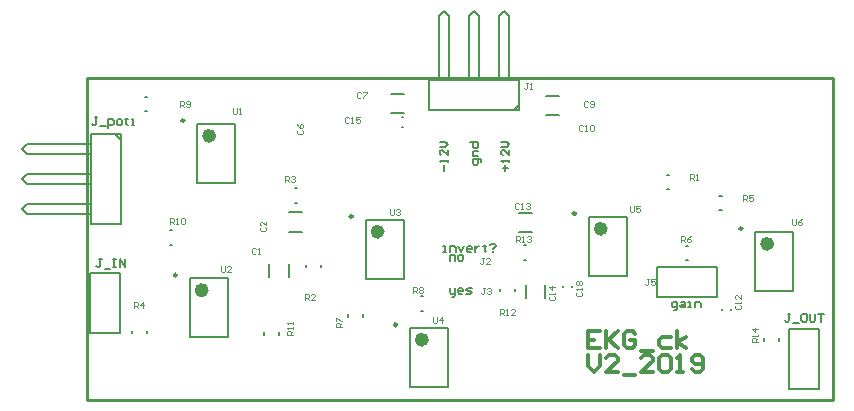
<source format=gto>
G04*
G04 #@! TF.GenerationSoftware,Altium Limited,Altium Designer,21.5.1 (32)*
G04*
G04 Layer_Color=65535*
%FSLAX25Y25*%
%MOIN*%
G70*
G04*
G04 #@! TF.SameCoordinates,8A425D5F-BF34-4987-8E10-FF1777C96443*
G04*
G04*
G04 #@! TF.FilePolarity,Positive*
G04*
G01*
G75*
%ADD10C,0.00984*%
%ADD11C,0.02362*%
%ADD12C,0.00787*%
%ADD13C,0.00394*%
%ADD14C,0.00669*%
%ADD15C,0.01181*%
%ADD16C,0.01000*%
D10*
X29870Y-65555D02*
G03*
X29870Y-65555I-492J0D01*
G01*
X218370Y-50055D02*
G03*
X218370Y-50055I-492J0D01*
G01*
X162870Y-45055D02*
G03*
X162870Y-45055I-492J0D01*
G01*
X88492Y-46055D02*
G03*
X88492Y-46055I-492J0D01*
G01*
X103248Y-82055D02*
G03*
X103248Y-82055I-492J0D01*
G01*
X32370Y-14055D02*
G03*
X32370Y-14055I-492J0D01*
G01*
D11*
X39319Y-70595D02*
G03*
X39319Y-70595I-1181J0D01*
G01*
X227819Y-55094D02*
G03*
X227819Y-55094I-1181J0D01*
G01*
X172319Y-50094D02*
G03*
X172319Y-50094I-1181J0D01*
G01*
X97941Y-51095D02*
G03*
X97941Y-51095I-1181J0D01*
G01*
X112697Y-87094D02*
G03*
X112697Y-87094I-1181J0D01*
G01*
X41819Y-19094D02*
G03*
X41819Y-19094I-1181J0D01*
G01*
D12*
X34201Y-86343D02*
Y-66658D01*
X46799Y-86343D02*
Y-66658D01*
X34201D02*
X46799D01*
X34201Y-86343D02*
X46799D01*
X234000Y-83500D02*
X244000D01*
X234000Y-103500D02*
Y-83500D01*
Y-103500D02*
X244000D01*
Y-83500D01*
X210000Y-73000D02*
Y-63000D01*
X190000D02*
X210000D01*
X190000Y-73000D02*
Y-63000D01*
Y-73000D02*
X210000D01*
X230461Y-87394D02*
Y-86606D01*
X225539Y-87394D02*
Y-86606D01*
X214575Y-77102D02*
Y-76709D01*
X211425Y-77102D02*
Y-76709D01*
X199606Y-55740D02*
X200394D01*
X199606Y-60661D02*
X200394D01*
X193106Y-32039D02*
X193894D01*
X193106Y-36961D02*
X193894D01*
X210669Y-39039D02*
X211457D01*
X210669Y-43961D02*
X211457D01*
X222701Y-70842D02*
Y-51157D01*
X235299Y-70842D02*
Y-51157D01*
X222701D02*
X235299D01*
X222701Y-70842D02*
X235299D01*
X161575Y-69547D02*
Y-69153D01*
X158425Y-69547D02*
Y-69153D01*
X167201Y-65842D02*
Y-46158D01*
X179799Y-65842D02*
Y-46158D01*
X167201D02*
X179799D01*
X167201Y-65842D02*
X179799D01*
X142461Y-70894D02*
Y-70106D01*
X137539Y-70894D02*
Y-70106D01*
X152650Y-73165D02*
Y-68835D01*
X146350Y-73165D02*
Y-68835D01*
X145543Y-60461D02*
X146331D01*
X145543Y-55539D02*
X146331D01*
X143835Y-51150D02*
X148165D01*
X143835Y-44850D02*
X148165D01*
X15039Y-84894D02*
Y-84106D01*
X19961Y-84894D02*
Y-84106D01*
X92823Y-66843D02*
X105421D01*
X92823Y-47157D02*
X105421D01*
Y-66843D02*
Y-47157D01*
X92823Y-66843D02*
Y-47157D01*
X27606Y-50539D02*
X28394D01*
X27606Y-55461D02*
X28394D01*
X19106Y-10961D02*
X19894D01*
X19106Y-6039D02*
X19894D01*
X111106Y-77587D02*
X111894D01*
X111106Y-72665D02*
X111894D01*
X87039Y-79457D02*
Y-78669D01*
X91961Y-79457D02*
Y-78669D01*
X69106Y-41461D02*
X69894D01*
X69106Y-36539D02*
X69894D01*
X77961Y-62957D02*
Y-62169D01*
X73039Y-62957D02*
Y-62169D01*
X1000Y-85000D02*
Y-65000D01*
X11000D01*
Y-85000D02*
Y-65000D01*
X1000Y-85000D02*
X11000D01*
X-20239Y-45167D02*
X1094D01*
X-20239Y-41833D02*
X994D01*
X-21905Y-43500D02*
X-20239Y-41833D01*
X-21905Y-43500D02*
X-20239Y-45167D01*
X-20239Y-35167D02*
X994D01*
X-20239Y-31833D02*
X994D01*
X-20239Y-25167D02*
X1094D01*
X-20239Y-21833D02*
X994D01*
X1094Y-48500D02*
Y-18500D01*
Y-48500D02*
X11095D01*
X1094Y-18500D02*
X11095D01*
Y-48500D02*
Y-18500D01*
X9261Y-18667D02*
X10928Y-20333D01*
X-21905Y-23500D02*
X-20239Y-21833D01*
X-21905Y-33500D02*
X-20239Y-35167D01*
X-21905Y-33500D02*
X-20239Y-31833D01*
X-21905Y-23500D02*
X-20239Y-25167D01*
X117333Y-594D02*
Y20739D01*
X120667Y-495D02*
Y20739D01*
X119000Y22406D02*
X120667Y20739D01*
X117333Y20739D02*
X119000Y22406D01*
X127333Y-495D02*
Y20739D01*
X130667Y-495D02*
Y20739D01*
X137333Y-594D02*
Y20739D01*
X140667Y-495D02*
Y20739D01*
X114000Y-594D02*
X144000D01*
X114000Y-10594D02*
Y-594D01*
X144000Y-10594D02*
Y-594D01*
X114000Y-10594D02*
X144000D01*
X142167Y-10428D02*
X143833Y-8761D01*
X139000Y22406D02*
X140667Y20739D01*
X127333D02*
X129000Y22406D01*
X130667Y20739D01*
X137333Y20739D02*
X139000Y22406D01*
X152835Y-5850D02*
X157165D01*
X152835Y-12150D02*
X157165D01*
X101335Y-5350D02*
X105665D01*
X101335Y-11650D02*
X105665D01*
X67335Y-51346D02*
X71665D01*
X67335Y-44653D02*
X71665D01*
X67347Y-66165D02*
Y-61835D01*
X60654Y-66165D02*
Y-61835D01*
X59039Y-85394D02*
Y-84606D01*
X63961Y-85394D02*
Y-84606D01*
X107579Y-102842D02*
X120177D01*
X107579Y-83157D02*
X120177D01*
Y-102842D02*
Y-83157D01*
X107579Y-102842D02*
Y-83157D01*
X36701Y-34843D02*
X49299D01*
X36701Y-15157D02*
X49299D01*
Y-34843D02*
Y-15157D01*
X36701Y-34843D02*
Y-15157D01*
X104803Y-16075D02*
X105197D01*
X104803Y-12925D02*
X105197D01*
X131213Y-27794D02*
Y-27335D01*
X130753Y-26876D01*
X128458D01*
Y-28253D01*
X128917Y-28713D01*
X129835D01*
X130294Y-28253D01*
Y-26876D01*
Y-25958D02*
X128458D01*
Y-24580D01*
X128917Y-24121D01*
X130294D01*
X127539Y-21366D02*
X130294D01*
Y-22743D01*
X129835Y-23203D01*
X128917D01*
X128458Y-22743D01*
Y-21366D01*
X120787Y-69958D02*
Y-71335D01*
X121247Y-71794D01*
X122624D01*
Y-72253D01*
X122165Y-72713D01*
X121706D01*
X122624Y-71794D02*
Y-69958D01*
X124920Y-71794D02*
X124002D01*
X123542Y-71335D01*
Y-70417D01*
X124002Y-69958D01*
X124920D01*
X125379Y-70417D01*
Y-70876D01*
X123542D01*
X126297Y-71794D02*
X127675D01*
X128134Y-71335D01*
X127675Y-70876D01*
X126757D01*
X126297Y-70417D01*
X126757Y-69958D01*
X128134D01*
X120787Y-60713D02*
Y-58876D01*
X122165D01*
X122624Y-59335D01*
Y-60713D01*
X124002D02*
X124920D01*
X125379Y-60253D01*
Y-59335D01*
X124920Y-58876D01*
X124002D01*
X123542Y-59335D01*
Y-60253D01*
X124002Y-60713D01*
X195706Y-77213D02*
X196165D01*
X196624Y-76753D01*
Y-74458D01*
X195247D01*
X194787Y-74917D01*
Y-75835D01*
X195247Y-76294D01*
X196624D01*
X198002Y-74458D02*
X198920D01*
X199379Y-74917D01*
Y-76294D01*
X198002D01*
X197542Y-75835D01*
X198002Y-75376D01*
X199379D01*
X200297Y-76294D02*
X201216D01*
X200757D01*
Y-74458D01*
X200297D01*
X202593Y-76294D02*
Y-74458D01*
X203971D01*
X204430Y-74917D01*
Y-76294D01*
X118835Y-30713D02*
Y-28876D01*
X120213Y-27958D02*
Y-27039D01*
Y-27498D01*
X117458D01*
X117917Y-27958D01*
X120213Y-23825D02*
Y-25662D01*
X118376Y-23825D01*
X117917D01*
X117458Y-24284D01*
Y-25203D01*
X117917Y-25662D01*
X117458Y-22907D02*
X119294D01*
X120213Y-21988D01*
X119294Y-21070D01*
X117458D01*
X139335Y-30713D02*
Y-28876D01*
X138417Y-29794D02*
X140253D01*
X140713Y-27958D02*
Y-27039D01*
Y-27498D01*
X137958D01*
X138417Y-27958D01*
X140713Y-23825D02*
Y-25662D01*
X138876Y-23825D01*
X138417D01*
X137958Y-24284D01*
Y-25203D01*
X138417Y-25662D01*
X137958Y-22907D02*
X139794D01*
X140713Y-21988D01*
X139794Y-21070D01*
X137958D01*
X234408Y-78393D02*
X233490D01*
X233949D01*
Y-80689D01*
X233490Y-81148D01*
X233031D01*
X232572Y-80689D01*
X235327Y-81607D02*
X237163D01*
X239459Y-78393D02*
X238541D01*
X238082Y-78852D01*
Y-80689D01*
X238541Y-81148D01*
X239459D01*
X239918Y-80689D01*
Y-78852D01*
X239459Y-78393D01*
X240837D02*
Y-80689D01*
X241296Y-81148D01*
X242214D01*
X242673Y-80689D01*
Y-78393D01*
X243592D02*
X245428D01*
X244510D01*
Y-81148D01*
X3337Y-12745D02*
X2418D01*
X2877D01*
Y-15041D01*
X2418Y-15500D01*
X1959D01*
X1500Y-15041D01*
X4255Y-15959D02*
X6092D01*
X7010Y-16418D02*
Y-13663D01*
X8388D01*
X8847Y-14122D01*
Y-15041D01*
X8388Y-15500D01*
X7010D01*
X10224D02*
X11143D01*
X11602Y-15041D01*
Y-14122D01*
X11143Y-13663D01*
X10224D01*
X9765Y-14122D01*
Y-15041D01*
X10224Y-15500D01*
X12979Y-13204D02*
Y-13663D01*
X12520D01*
X13438D01*
X12979D01*
Y-15041D01*
X13438Y-15500D01*
X14816D02*
X15734D01*
X15275D01*
Y-13663D01*
X14816D01*
X4837Y-60245D02*
X3918D01*
X4377D01*
Y-62541D01*
X3918Y-63000D01*
X3459D01*
X3000Y-62541D01*
X5755Y-63459D02*
X7592D01*
X8510Y-60245D02*
X9428D01*
X8969D01*
Y-63000D01*
X8510D01*
X9428D01*
X10806D02*
Y-60245D01*
X12643Y-63000D01*
Y-60245D01*
D13*
X44500Y-62532D02*
Y-64172D01*
X44828Y-64500D01*
X45484D01*
X45812Y-64172D01*
Y-62532D01*
X47780Y-64500D02*
X46468D01*
X47780Y-63188D01*
Y-62860D01*
X47452Y-62532D01*
X46796D01*
X46468Y-62860D01*
X132672Y-70016D02*
X132016D01*
X132344D01*
Y-71656D01*
X132016Y-71984D01*
X131688D01*
X131360Y-71656D01*
X133328Y-70344D02*
X133656Y-70016D01*
X134312D01*
X134640Y-70344D01*
Y-70672D01*
X134312Y-71000D01*
X133984D01*
X134312D01*
X134640Y-71328D01*
Y-71656D01*
X134312Y-71984D01*
X133656D01*
X133328Y-71656D01*
X216360Y-75688D02*
X216032Y-76016D01*
Y-76672D01*
X216360Y-77000D01*
X217672D01*
X218000Y-76672D01*
Y-76016D01*
X217672Y-75688D01*
X218000Y-75032D02*
Y-74376D01*
Y-74704D01*
X216032D01*
X216360Y-75032D01*
X218000Y-72080D02*
Y-73392D01*
X216688Y-72080D01*
X216360D01*
X216032Y-72408D01*
Y-73064D01*
X216360Y-73392D01*
X163360Y-71188D02*
X163032Y-71516D01*
Y-72172D01*
X163360Y-72500D01*
X164672D01*
X165000Y-72172D01*
Y-71516D01*
X164672Y-71188D01*
X165000Y-70532D02*
Y-69876D01*
Y-70204D01*
X163032D01*
X163360Y-70532D01*
Y-68892D02*
X163032Y-68564D01*
Y-67908D01*
X163360Y-67580D01*
X163688D01*
X164016Y-67908D01*
X164344Y-67580D01*
X164672D01*
X165000Y-67908D01*
Y-68564D01*
X164672Y-68892D01*
X164344D01*
X164016Y-68564D01*
X163688Y-68892D01*
X163360D01*
X164016Y-68564D02*
Y-67908D01*
X48500Y-10032D02*
Y-11672D01*
X48828Y-12000D01*
X49484D01*
X49812Y-11672D01*
Y-10032D01*
X50468Y-12000D02*
X51124D01*
X50796D01*
Y-10032D01*
X50468Y-10360D01*
X235000Y-47032D02*
Y-48672D01*
X235328Y-49000D01*
X235984D01*
X236312Y-48672D01*
Y-47032D01*
X238280D02*
X237624Y-47360D01*
X236968Y-48016D01*
Y-48672D01*
X237296Y-49000D01*
X237952D01*
X238280Y-48672D01*
Y-48344D01*
X237952Y-48016D01*
X236968D01*
X181000Y-42532D02*
Y-44172D01*
X181328Y-44500D01*
X181984D01*
X182312Y-44172D01*
Y-42532D01*
X184280D02*
X182968D01*
Y-43516D01*
X183624Y-43188D01*
X183952D01*
X184280Y-43516D01*
Y-44172D01*
X183952Y-44500D01*
X183296D01*
X182968Y-44172D01*
X115378Y-79532D02*
Y-81172D01*
X115706Y-81500D01*
X116362D01*
X116690Y-81172D01*
Y-79532D01*
X118330Y-81500D02*
Y-79532D01*
X117346Y-80516D01*
X118658D01*
X143000Y-54500D02*
Y-52532D01*
X143984D01*
X144312Y-52860D01*
Y-53516D01*
X143984Y-53844D01*
X143000D01*
X143656D02*
X144312Y-54500D01*
X144968D02*
X145624D01*
X145296D01*
Y-52532D01*
X144968Y-52860D01*
X146608D02*
X146936Y-52532D01*
X147592D01*
X147920Y-52860D01*
Y-53188D01*
X147592Y-53516D01*
X147264D01*
X147592D01*
X147920Y-53844D01*
Y-54172D01*
X147592Y-54500D01*
X146936D01*
X146608Y-54172D01*
X137500Y-79000D02*
Y-77032D01*
X138484D01*
X138812Y-77360D01*
Y-78016D01*
X138484Y-78344D01*
X137500D01*
X138156D02*
X138812Y-79000D01*
X139468D02*
X140124D01*
X139796D01*
Y-77032D01*
X139468Y-77360D01*
X142420Y-79000D02*
X141108D01*
X142420Y-77688D01*
Y-77360D01*
X142092Y-77032D01*
X141436D01*
X141108Y-77360D01*
X87312Y-13360D02*
X86984Y-13032D01*
X86328D01*
X86000Y-13360D01*
Y-14672D01*
X86328Y-15000D01*
X86984D01*
X87312Y-14672D01*
X87968Y-15000D02*
X88624D01*
X88296D01*
Y-13032D01*
X87968Y-13360D01*
X90920Y-13032D02*
X89608D01*
Y-14016D01*
X90264Y-13688D01*
X90592D01*
X90920Y-14016D01*
Y-14672D01*
X90592Y-15000D01*
X89936D01*
X89608Y-14672D01*
X154360Y-72688D02*
X154032Y-73016D01*
Y-73672D01*
X154360Y-74000D01*
X155672D01*
X156000Y-73672D01*
Y-73016D01*
X155672Y-72688D01*
X156000Y-72032D02*
Y-71376D01*
Y-71704D01*
X154032D01*
X154360Y-72032D01*
X156000Y-69408D02*
X154032D01*
X155016Y-70392D01*
Y-69080D01*
X143906Y-41860D02*
X143578Y-41532D01*
X142922D01*
X142595Y-41860D01*
Y-43172D01*
X142922Y-43500D01*
X143578D01*
X143906Y-43172D01*
X144562Y-43500D02*
X145218D01*
X144890D01*
Y-41532D01*
X144562Y-41860D01*
X146202D02*
X146530Y-41532D01*
X147186D01*
X147514Y-41860D01*
Y-42188D01*
X147186Y-42516D01*
X146858D01*
X147186D01*
X147514Y-42844D01*
Y-43172D01*
X147186Y-43500D01*
X146530D01*
X146202Y-43172D01*
X101000Y-43532D02*
Y-45172D01*
X101328Y-45500D01*
X101984D01*
X102312Y-45172D01*
Y-43532D01*
X102968Y-43860D02*
X103296Y-43532D01*
X103952D01*
X104280Y-43860D01*
Y-44188D01*
X103952Y-44516D01*
X103624D01*
X103952D01*
X104280Y-44844D01*
Y-45172D01*
X103952Y-45500D01*
X103296D01*
X102968Y-45172D01*
X68500Y-85500D02*
X66532D01*
Y-84516D01*
X66860Y-84188D01*
X67516D01*
X67844Y-84516D01*
Y-85500D01*
Y-84844D02*
X68500Y-84188D01*
Y-83532D02*
Y-82876D01*
Y-83204D01*
X66532D01*
X66860Y-83532D01*
X68500Y-81892D02*
Y-81236D01*
Y-81564D01*
X66532D01*
X66860Y-81892D01*
X15500Y-76500D02*
Y-74532D01*
X16484D01*
X16812Y-74860D01*
Y-75516D01*
X16484Y-75844D01*
X15500D01*
X16156D02*
X16812Y-76500D01*
X18452D02*
Y-74532D01*
X17468Y-75516D01*
X18780D01*
X56312Y-56860D02*
X55984Y-56532D01*
X55328D01*
X55000Y-56860D01*
Y-58172D01*
X55328Y-58500D01*
X55984D01*
X56312Y-58172D01*
X56968Y-58500D02*
X57624D01*
X57296D01*
Y-56532D01*
X56968Y-56860D01*
X57860Y-49688D02*
X57532Y-50016D01*
Y-50672D01*
X57860Y-51000D01*
X59172D01*
X59500Y-50672D01*
Y-50016D01*
X59172Y-49688D01*
X59500Y-47720D02*
Y-49032D01*
X58188Y-47720D01*
X57860D01*
X57532Y-48048D01*
Y-48704D01*
X57860Y-49032D01*
X91312Y-4860D02*
X90984Y-4532D01*
X90328D01*
X90000Y-4860D01*
Y-6172D01*
X90328Y-6500D01*
X90984D01*
X91312Y-6172D01*
X91968Y-4532D02*
X93280D01*
Y-4860D01*
X91968Y-6172D01*
Y-6500D01*
X166812Y-7860D02*
X166484Y-7532D01*
X165828D01*
X165500Y-7860D01*
Y-9172D01*
X165828Y-9500D01*
X166484D01*
X166812Y-9172D01*
X167468D02*
X167796Y-9500D01*
X168452D01*
X168780Y-9172D01*
Y-7860D01*
X168452Y-7532D01*
X167796D01*
X167468Y-7860D01*
Y-8188D01*
X167796Y-8516D01*
X168780D01*
X165312Y-15860D02*
X164984Y-15532D01*
X164328D01*
X164000Y-15860D01*
Y-17172D01*
X164328Y-17500D01*
X164984D01*
X165312Y-17172D01*
X165968Y-17500D02*
X166624D01*
X166296D01*
Y-15532D01*
X165968Y-15860D01*
X167608D02*
X167936Y-15532D01*
X168592D01*
X168920Y-15860D01*
Y-17172D01*
X168592Y-17500D01*
X167936D01*
X167608Y-17172D01*
Y-15860D01*
X146812Y-1532D02*
X146156D01*
X146484D01*
Y-3172D01*
X146156Y-3500D01*
X145828D01*
X145500Y-3172D01*
X147468Y-3500D02*
X148124D01*
X147796D01*
Y-1532D01*
X147468Y-1860D01*
X187312Y-67032D02*
X186656D01*
X186984D01*
Y-68672D01*
X186656Y-69000D01*
X186328D01*
X186000Y-68672D01*
X189280Y-67032D02*
X187968D01*
Y-68016D01*
X188624Y-67688D01*
X188952D01*
X189280Y-68016D01*
Y-68672D01*
X188952Y-69000D01*
X188296D01*
X187968Y-68672D01*
X201000Y-34000D02*
Y-32032D01*
X201984D01*
X202312Y-32360D01*
Y-33016D01*
X201984Y-33344D01*
X201000D01*
X201656D02*
X202312Y-34000D01*
X202968D02*
X203624D01*
X203296D01*
Y-32032D01*
X202968Y-32360D01*
X72500Y-74000D02*
Y-72032D01*
X73484D01*
X73812Y-72360D01*
Y-73016D01*
X73484Y-73344D01*
X72500D01*
X73156D02*
X73812Y-74000D01*
X75780D02*
X74468D01*
X75780Y-72688D01*
Y-72360D01*
X75452Y-72032D01*
X74796D01*
X74468Y-72360D01*
X66000Y-34500D02*
Y-32532D01*
X66984D01*
X67312Y-32860D01*
Y-33516D01*
X66984Y-33844D01*
X66000D01*
X66656D02*
X67312Y-34500D01*
X67968Y-32860D02*
X68296Y-32532D01*
X68952D01*
X69280Y-32860D01*
Y-33188D01*
X68952Y-33516D01*
X68624D01*
X68952D01*
X69280Y-33844D01*
Y-34172D01*
X68952Y-34500D01*
X68296D01*
X67968Y-34172D01*
X218500Y-41000D02*
Y-39032D01*
X219484D01*
X219812Y-39360D01*
Y-40016D01*
X219484Y-40344D01*
X218500D01*
X219156D02*
X219812Y-41000D01*
X221780Y-39032D02*
X220468D01*
Y-40016D01*
X221124Y-39688D01*
X221452D01*
X221780Y-40016D01*
Y-40672D01*
X221452Y-41000D01*
X220796D01*
X220468Y-40672D01*
X198000Y-54500D02*
Y-52532D01*
X198984D01*
X199312Y-52860D01*
Y-53516D01*
X198984Y-53844D01*
X198000D01*
X198656D02*
X199312Y-54500D01*
X201280Y-52532D02*
X200624Y-52860D01*
X199968Y-53516D01*
Y-54172D01*
X200296Y-54500D01*
X200952D01*
X201280Y-54172D01*
Y-53844D01*
X200952Y-53516D01*
X199968D01*
X85000Y-83000D02*
X83032D01*
Y-82016D01*
X83360Y-81688D01*
X84016D01*
X84344Y-82016D01*
Y-83000D01*
Y-82344D02*
X85000Y-81688D01*
X83032Y-81032D02*
Y-79720D01*
X83360D01*
X84672Y-81032D01*
X85000D01*
X108500Y-71626D02*
Y-69658D01*
X109484D01*
X109812Y-69986D01*
Y-70642D01*
X109484Y-70970D01*
X108500D01*
X109156D02*
X109812Y-71626D01*
X110468Y-69986D02*
X110796Y-69658D01*
X111452D01*
X111780Y-69986D01*
Y-70314D01*
X111452Y-70642D01*
X111780Y-70970D01*
Y-71298D01*
X111452Y-71626D01*
X110796D01*
X110468Y-71298D01*
Y-70970D01*
X110796Y-70642D01*
X110468Y-70314D01*
Y-69986D01*
X110796Y-70642D02*
X111452D01*
X31000Y-9500D02*
Y-7532D01*
X31984D01*
X32312Y-7860D01*
Y-8516D01*
X31984Y-8844D01*
X31000D01*
X31656D02*
X32312Y-9500D01*
X32968Y-9172D02*
X33296Y-9500D01*
X33952D01*
X34280Y-9172D01*
Y-7860D01*
X33952Y-7532D01*
X33296D01*
X32968Y-7860D01*
Y-8188D01*
X33296Y-8516D01*
X34280D01*
X27500Y-48500D02*
Y-46532D01*
X28484D01*
X28812Y-46860D01*
Y-47516D01*
X28484Y-47844D01*
X27500D01*
X28156D02*
X28812Y-48500D01*
X29468D02*
X30124D01*
X29796D01*
Y-46532D01*
X29468Y-46860D01*
X31108D02*
X31436Y-46532D01*
X32092D01*
X32420Y-46860D01*
Y-48172D01*
X32092Y-48500D01*
X31436D01*
X31108Y-48172D01*
Y-46860D01*
X132312Y-60032D02*
X131656D01*
X131984D01*
Y-61672D01*
X131656Y-62000D01*
X131328D01*
X131000Y-61672D01*
X134280Y-62000D02*
X132968D01*
X134280Y-60688D01*
Y-60360D01*
X133952Y-60032D01*
X133296D01*
X132968Y-60360D01*
X70360Y-17188D02*
X70032Y-17516D01*
Y-18172D01*
X70360Y-18500D01*
X71672D01*
X72000Y-18172D01*
Y-17516D01*
X71672Y-17188D01*
X70032Y-15220D02*
X70360Y-15876D01*
X71016Y-16532D01*
X71672D01*
X72000Y-16204D01*
Y-15548D01*
X71672Y-15220D01*
X71344D01*
X71016Y-15548D01*
Y-16532D01*
X223500Y-88000D02*
X221532D01*
Y-87016D01*
X221860Y-86688D01*
X222516D01*
X222844Y-87016D01*
Y-88000D01*
Y-87344D02*
X223500Y-86688D01*
Y-86032D02*
Y-85376D01*
Y-85704D01*
X221532D01*
X221860Y-86032D01*
X223500Y-83408D02*
X221532D01*
X222516Y-84392D01*
Y-83080D01*
D14*
X118669Y-57831D02*
X119588D01*
X119128D01*
Y-55994D01*
X118669D01*
X120965Y-57831D02*
Y-55994D01*
X122343D01*
X122802Y-56453D01*
Y-57831D01*
X123720Y-55994D02*
X124638Y-57831D01*
X125557Y-55994D01*
X127853Y-57831D02*
X126934D01*
X126475Y-57372D01*
Y-56453D01*
X126934Y-55994D01*
X127853D01*
X128312Y-56453D01*
Y-56912D01*
X126475D01*
X129230Y-55994D02*
Y-57831D01*
Y-56912D01*
X129689Y-56453D01*
X130148Y-55994D01*
X130608D01*
X132444Y-55535D02*
Y-55994D01*
X131985D01*
X132904D01*
X132444D01*
Y-57372D01*
X132904Y-57831D01*
X134281Y-55535D02*
X134740Y-55076D01*
X135659D01*
X136118Y-55535D01*
Y-55994D01*
X135199Y-56912D01*
Y-57372D02*
Y-57831D01*
D15*
X170936Y-84096D02*
X167000D01*
Y-90000D01*
X170936D01*
X167000Y-87048D02*
X168968D01*
X172904Y-84096D02*
Y-90000D01*
Y-88032D01*
X176839Y-84096D01*
X173888Y-87048D01*
X176839Y-90000D01*
X182743Y-85080D02*
X181759Y-84096D01*
X179791D01*
X178807Y-85080D01*
Y-89016D01*
X179791Y-90000D01*
X181759D01*
X182743Y-89016D01*
Y-87048D01*
X180775D01*
X184711Y-90984D02*
X188646D01*
X194550Y-86064D02*
X191598D01*
X190614Y-87048D01*
Y-89016D01*
X191598Y-90000D01*
X194550D01*
X196518D02*
Y-84096D01*
Y-88032D02*
X199470Y-86064D01*
X196518Y-88032D02*
X199470Y-90000D01*
X167000Y-92096D02*
Y-96032D01*
X168968Y-98000D01*
X170936Y-96032D01*
Y-92096D01*
X176839Y-98000D02*
X172904D01*
X176839Y-94064D01*
Y-93080D01*
X175855Y-92096D01*
X173888D01*
X172904Y-93080D01*
X178807Y-98984D02*
X182743D01*
X188646Y-98000D02*
X184711D01*
X188646Y-94064D01*
Y-93080D01*
X187663Y-92096D01*
X185695D01*
X184711Y-93080D01*
X190614D02*
X191598Y-92096D01*
X193566D01*
X194550Y-93080D01*
Y-97016D01*
X193566Y-98000D01*
X191598D01*
X190614Y-97016D01*
Y-93080D01*
X196518Y-98000D02*
X198486D01*
X197502D01*
Y-92096D01*
X196518Y-93080D01*
X201438Y-97016D02*
X202422Y-98000D01*
X204390D01*
X205373Y-97016D01*
Y-93080D01*
X204390Y-92096D01*
X202422D01*
X201438Y-93080D01*
Y-94064D01*
X202422Y-95048D01*
X205373D01*
D16*
X0Y-107106D02*
Y0D01*
X248500D01*
Y-107106D02*
Y0D01*
X0Y-107106D02*
X248500D01*
M02*

</source>
